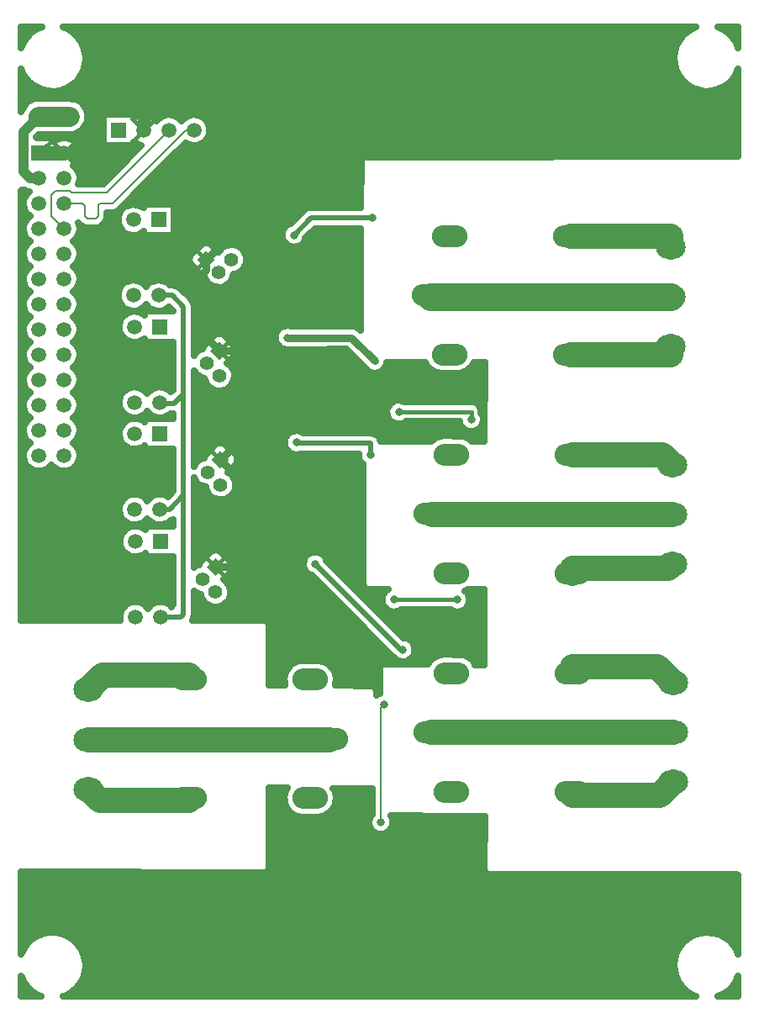
<source format=gbr>
G04 DipTrace 2.4.0.2*
%INBottom.gbr*%
%MOIN*%
%ADD14C,0.008*%
%ADD15C,0.02*%
%ADD16C,0.04*%
%ADD17C,0.08*%
%ADD19C,0.03*%
%ADD21C,0.055*%
%ADD22C,0.05*%
%ADD24C,0.015*%
%ADD25C,0.1*%
%ADD26C,0.0157*%
%ADD27C,0.11*%
%ADD28C,0.025*%
%ADD29C,0.018*%
%ADD30O,0.1181X0.0906*%
%ADD31O,0.1417X0.0866*%
%ADD33R,0.0591X0.0591*%
%ADD34C,0.0591*%
%ADD36C,0.0591*%
%ADD39C,0.0315*%
%FSLAX44Y44*%
G04*
G70*
G90*
G75*
G01*
%LNBottom*%
%LPD*%
X10079Y38572D2*
D14*
Y38556D1*
X7605Y36083D1*
X6222D1*
X6136Y36168D1*
X5588D1*
X5406Y35986D1*
Y35177D1*
X5923Y34660D1*
X11079Y38572D2*
X10739D1*
X7831Y35664D1*
X7353D1*
X7270Y35581D1*
Y35160D1*
X7160Y35050D1*
X6829D1*
X6730Y35150D1*
Y35576D1*
X6642Y35664D1*
X5927D1*
X5923Y35660D1*
X18144Y35084D2*
D15*
X15710D1*
X15039Y34413D1*
X4923Y36660D2*
D16*
X4564D1*
X4301Y36924D1*
Y38499D1*
X4911Y39109D1*
D17*
X6136D1*
X14769Y30344D2*
D19*
X17318D1*
X18244Y29417D1*
X9672Y32016D2*
D15*
X10215D1*
X10656Y31575D1*
Y28106D1*
X10290Y27740D1*
X9745D1*
X9713Y27773D1*
X9719Y23526D2*
X10097D1*
X10656Y24085D1*
Y28106D1*
X9744Y19260D2*
X10537D1*
X10656Y19379D1*
Y24085D1*
X4923Y37660D2*
D21*
X5923D1*
X9079Y38572D2*
D22*
Y39379D1*
D19*
X9848Y40148D1*
X11853D1*
X12699Y39302D1*
Y34581D1*
X11552Y33434D1*
Y33037D1*
X11050Y32534D1*
Y32062D1*
X11308Y31803D1*
Y30594D1*
X12075Y29828D1*
X12568D1*
X13554Y28843D1*
Y26938D1*
X12120Y25505D1*
X11925Y21256D2*
X12531D1*
X12927Y21651D1*
Y24698D1*
X12120Y25505D1*
X5923Y37660D2*
D22*
X6411D1*
X7172Y38421D1*
Y39096D1*
X7692Y39615D1*
X8791D1*
X9079Y39379D1*
X18069Y25704D2*
D15*
Y26149D1*
X15168D1*
X15136Y26181D1*
X19352Y17970D2*
X19276D1*
X15878Y21367D1*
X22068Y27092D2*
D24*
Y27412D1*
X19215D1*
X19193Y27390D1*
X30055Y23336D2*
D25*
X20501D1*
D26*
X20483Y23354D1*
X29982Y31975D2*
D27*
X20446D1*
D26*
X20400Y32021D1*
X26083Y25704D2*
D25*
X29655D1*
X30055Y25304D1*
X26083Y21004D2*
Y21180D1*
X29868D1*
X30055Y21367D1*
X26000Y34371D2*
X29982D1*
Y33944D1*
X21513Y19949D2*
D24*
X19004D1*
X26000Y29671D2*
D25*
X29982D1*
Y30007D1*
X30064Y14697D2*
X20492D1*
D26*
X20480Y14685D1*
X26080Y17035D2*
Y17280D1*
D25*
X29450D1*
X30064Y16665D1*
X26080Y12335D2*
D26*
Y12201D1*
D25*
X29537D1*
X30064Y12728D1*
X18483Y11133D2*
D14*
Y15668D1*
X18621Y15806D1*
X6888Y14411D2*
D25*
X16457D1*
D26*
X16479Y14433D1*
X10879Y12083D2*
Y11988D1*
D25*
X7343D1*
X6888Y12443D1*
X10879Y16783D2*
D26*
Y16948D1*
D25*
X7456D1*
X6888Y16380D1*
D39*
X18144Y35084D3*
X15039Y34413D3*
X6136Y39109D3*
D3*
X14769Y30344D3*
X18244Y29417D3*
X18069Y25704D3*
X15136Y26181D3*
X19352Y17970D3*
X15878Y21367D3*
X22068Y27092D3*
X19193Y27390D3*
X21513Y19949D3*
X19004D3*
X18483Y11133D3*
X18621Y15806D3*
X5682Y39112D3*
X5201Y39117D3*
X4247Y42403D2*
D28*
X4574D1*
X6339D2*
X30535D1*
X32304D2*
X32629D1*
X4247Y42155D2*
X4351D1*
X6561D2*
X30312D1*
X32522D2*
X32630D1*
X6694Y41906D2*
X30179D1*
X6768Y41657D2*
X30109D1*
X6788Y41409D2*
X30086D1*
X6765Y41160D2*
X30113D1*
X6686Y40911D2*
X30187D1*
X4247Y40663D2*
X4363D1*
X6550D2*
X30328D1*
X32511D2*
X32627D1*
X4247Y40414D2*
X4593D1*
X6319D2*
X30554D1*
X32280D2*
X32629D1*
X4247Y40165D2*
X5054D1*
X5858D2*
X31019D1*
X31819D2*
X32629D1*
X4247Y39916D2*
X32629D1*
X4247Y39668D2*
X4441D1*
X6608D2*
X32629D1*
X6804Y39419D2*
X32629D1*
X6874Y39170D2*
X7445D1*
X8714D2*
X8933D1*
X9226D2*
X9933D1*
X10226D2*
X10933D1*
X11226D2*
X32629D1*
X6851Y38922D2*
X7445D1*
X11604D2*
X32629D1*
X6729Y38673D2*
X7445D1*
X11706D2*
X32629D1*
X6366Y38424D2*
X7445D1*
X11694D2*
X32629D1*
X6272Y38176D2*
X7445D1*
X11569D2*
X32629D1*
X6495Y37927D2*
X8922D1*
X10620D2*
X32629D1*
X6558Y37678D2*
X8676D1*
X10370D2*
X32629D1*
X6511Y37430D2*
X8426D1*
X10124D2*
X17715D1*
X6327Y37181D2*
X8176D1*
X9874D2*
X17668D1*
X6495Y36932D2*
X7929D1*
X9624D2*
X17668D1*
X6558Y36684D2*
X7679D1*
X9378D2*
X17668D1*
X9128Y36435D2*
X17668D1*
X4247Y36186D2*
X4340D1*
X8878D2*
X17668D1*
X4247Y35937D2*
X4355D1*
X8632D2*
X17668D1*
X8382Y35689D2*
X17664D1*
X4247Y35440D2*
X4328D1*
X10308D2*
X15472D1*
X4247Y35191D2*
X4508D1*
X7651D2*
X8062D1*
X10308D2*
X15207D1*
X4247Y34943D2*
X4355D1*
X7577D2*
X8043D1*
X10308D2*
X14957D1*
X6558Y34694D2*
X8129D1*
X10308D2*
X14633D1*
X4247Y34445D2*
X4328D1*
X6518D2*
X8429D1*
X8913D2*
X9036D1*
X10308D2*
X14543D1*
X15683D2*
X17660D1*
X4247Y34197D2*
X4500D1*
X6343D2*
X14593D1*
X15483D2*
X17660D1*
X4247Y33948D2*
X4359D1*
X6487D2*
X11242D1*
X11862D2*
X12238D1*
X12870D2*
X14933D1*
X15143D2*
X17660D1*
X6558Y33699D2*
X10992D1*
X13104D2*
X17660D1*
X4247Y33451D2*
X4324D1*
X6522D2*
X10859D1*
X13167D2*
X17660D1*
X4247Y33202D2*
X4496D1*
X6351D2*
X10961D1*
X13120D2*
X17660D1*
X4247Y32953D2*
X4363D1*
X6483D2*
X11211D1*
X12921D2*
X17656D1*
X6558Y32705D2*
X11484D1*
X12620D2*
X17656D1*
X4247Y32456D2*
X4324D1*
X6522D2*
X8222D1*
X9120D2*
X9222D1*
X10120D2*
X11683D1*
X12425D2*
X17656D1*
X4247Y32207D2*
X4488D1*
X6354D2*
X8066D1*
X10636D2*
X17656D1*
X4247Y31958D2*
X4367D1*
X6479D2*
X8039D1*
X10886D2*
X17656D1*
X6558Y31710D2*
X8121D1*
X11073D2*
X17656D1*
X6522Y31461D2*
X8394D1*
X8952D2*
X9394D1*
X9952D2*
X10160D1*
X11097D2*
X17652D1*
X4247Y31212D2*
X4484D1*
X6362D2*
X8265D1*
X11097D2*
X17652D1*
X4247Y30964D2*
X4367D1*
X6476D2*
X8109D1*
X11097D2*
X17652D1*
X6554Y30715D2*
X8082D1*
X11097D2*
X14453D1*
X6526Y30466D2*
X8160D1*
X11097D2*
X11914D1*
X12237D2*
X14289D1*
X4247Y30218D2*
X4476D1*
X6366D2*
X8433D1*
X8991D2*
X9078D1*
X11097D2*
X11640D1*
X12511D2*
X14289D1*
X4247Y29969D2*
X4371D1*
X6476D2*
X10215D1*
X11097D2*
X11414D1*
X12737D2*
X14457D1*
X6554Y29720D2*
X10215D1*
X12749D2*
X17258D1*
X6526Y29472D2*
X10215D1*
X12542D2*
X17508D1*
X4247Y29223D2*
X4472D1*
X6374D2*
X10215D1*
X12538D2*
X17758D1*
X18698D2*
X20301D1*
X22101D2*
X22582D1*
X4247Y28974D2*
X4375D1*
X6472D2*
X10215D1*
X12671D2*
X18054D1*
X18433D2*
X20629D1*
X21772D2*
X22578D1*
X6554Y28726D2*
X10215D1*
X11097D2*
X11468D1*
X12683D2*
X22578D1*
X6530Y28477D2*
X10215D1*
X11097D2*
X11574D1*
X12573D2*
X22578D1*
X4247Y28228D2*
X4468D1*
X6378D2*
X8281D1*
X9143D2*
X9283D1*
X11097D2*
X22574D1*
X4247Y27979D2*
X4379D1*
X6468D2*
X8113D1*
X11097D2*
X22574D1*
X6554Y27731D2*
X8078D1*
X11097D2*
X18840D1*
X22319D2*
X22574D1*
X6530Y27482D2*
X8152D1*
X11097D2*
X18703D1*
X22476D2*
X22570D1*
X4247Y27233D2*
X4461D1*
X6382D2*
X8402D1*
X9022D2*
X9402D1*
X10022D2*
X10215D1*
X11097D2*
X18722D1*
X4247Y26985D2*
X4383D1*
X6464D2*
X8293D1*
X11097D2*
X18926D1*
X19460D2*
X21582D1*
X6554Y26736D2*
X8121D1*
X11097D2*
X21734D1*
X22405D2*
X22569D1*
X6534Y26487D2*
X8086D1*
X11097D2*
X14754D1*
X18335D2*
X22566D1*
X4247Y26239D2*
X4457D1*
X6390D2*
X8156D1*
X11097D2*
X14644D1*
X4247Y25990D2*
X4383D1*
X6460D2*
X8402D1*
X11097D2*
X11781D1*
X12460D2*
X14679D1*
X6554Y25741D2*
X10215D1*
X11097D2*
X11531D1*
X12710D2*
X14941D1*
X6534Y25493D2*
X10215D1*
X11097D2*
X11261D1*
X12815D2*
X17621D1*
X4247Y25244D2*
X4453D1*
X6393D2*
X10215D1*
X12683D2*
X17754D1*
X4247Y24995D2*
X10215D1*
X12476D2*
X17754D1*
X4247Y24746D2*
X10215D1*
X12683D2*
X17754D1*
X4247Y24498D2*
X10215D1*
X11097D2*
X11293D1*
X12737D2*
X17754D1*
X4247Y24249D2*
X10207D1*
X11097D2*
X11562D1*
X12679D2*
X17754D1*
X4247Y24000D2*
X8308D1*
X9128D2*
X9311D1*
X11097D2*
X11789D1*
X12452D2*
X17754D1*
X4247Y23752D2*
X8129D1*
X11097D2*
X17754D1*
X4247Y23503D2*
X8086D1*
X11097D2*
X17754D1*
X4247Y23254D2*
X8148D1*
X11097D2*
X17754D1*
X4247Y23006D2*
X8375D1*
X9061D2*
X9375D1*
X10061D2*
X10215D1*
X11097D2*
X17754D1*
X4247Y22757D2*
X8367D1*
X11097D2*
X17754D1*
X4247Y22508D2*
X8160D1*
X11097D2*
X17754D1*
X4247Y22260D2*
X8109D1*
X11097D2*
X17754D1*
X4247Y22011D2*
X8164D1*
X11097D2*
X17754D1*
X4247Y21762D2*
X8367D1*
X11097D2*
X11605D1*
X12245D2*
X15593D1*
X16163D2*
X17754D1*
X4247Y21514D2*
X10215D1*
X11097D2*
X11359D1*
X12491D2*
X15402D1*
X16351D2*
X17754D1*
X4247Y21265D2*
X10215D1*
X12620D2*
X15390D1*
X16593D2*
X17754D1*
X4247Y21016D2*
X10215D1*
X12511D2*
X15539D1*
X16843D2*
X17754D1*
X4247Y20767D2*
X10215D1*
X12261D2*
X15867D1*
X17089D2*
X17754D1*
X4247Y20519D2*
X10215D1*
X12479D2*
X16113D1*
X17339D2*
X17758D1*
X4247Y20270D2*
X10215D1*
X12542D2*
X16363D1*
X17589D2*
X18633D1*
X21886D2*
X22562D1*
X4247Y20021D2*
X10215D1*
X11097D2*
X11359D1*
X12491D2*
X16613D1*
X17835D2*
X18511D1*
X22007D2*
X22562D1*
X4247Y19773D2*
X8390D1*
X9101D2*
X9390D1*
X10101D2*
X10215D1*
X11097D2*
X11562D1*
X12288D2*
X16859D1*
X18085D2*
X18539D1*
X21976D2*
X22562D1*
X4247Y19524D2*
X8168D1*
X11097D2*
X17109D1*
X18335D2*
X18773D1*
X19237D2*
X21281D1*
X21745D2*
X22562D1*
X4247Y19275D2*
X8109D1*
X11081D2*
X17359D1*
X18581D2*
X22562D1*
X14058Y19027D2*
X17605D1*
X18831D2*
X22562D1*
X14081Y18778D2*
X17855D1*
X19081D2*
X22562D1*
X14077Y18529D2*
X18105D1*
X19327D2*
X22562D1*
X14073Y18281D2*
X18351D1*
X19733D2*
X22562D1*
X14073Y18032D2*
X18601D1*
X19847D2*
X22562D1*
X14069Y17783D2*
X18851D1*
X19811D2*
X22562D1*
X14069Y17535D2*
X19144D1*
X19561D2*
X20422D1*
X22136D2*
X22562D1*
X14065Y17286D2*
X14824D1*
X16534D2*
X18445D1*
X14061Y17037D2*
X14676D1*
X16683D2*
X18429D1*
X14061Y16788D2*
X14629D1*
X16729D2*
X18429D1*
X17983Y16540D2*
X18429D1*
X18331Y16291D2*
X18429D1*
X14077Y12312D2*
X14668D1*
X16690D2*
X18101D1*
X14077Y12063D2*
X14633D1*
X16726D2*
X18101D1*
X14073Y11815D2*
X14679D1*
X16679D2*
X18101D1*
X14073Y11566D2*
X14840D1*
X16518D2*
X18101D1*
X14069Y11317D2*
X18023D1*
X18944D2*
X22582D1*
X14069Y11069D2*
X17988D1*
X18976D2*
X22578D1*
X14065Y10820D2*
X18105D1*
X18862D2*
X22578D1*
X14065Y10571D2*
X22574D1*
X14065Y10323D2*
X22570D1*
X14061Y10074D2*
X22570D1*
X14061Y9825D2*
X22566D1*
X14058Y9577D2*
X22566D1*
X14058Y9328D2*
X22562D1*
X4247Y9079D2*
X22742D1*
X4247Y8830D2*
X32629D1*
X4247Y8582D2*
X32629D1*
X4247Y8333D2*
X32629D1*
X4247Y8084D2*
X32629D1*
X4247Y7836D2*
X32629D1*
X4247Y7587D2*
X32629D1*
X4247Y7338D2*
X32629D1*
X4247Y7090D2*
X32629D1*
X4247Y6841D2*
X32629D1*
X4247Y6592D2*
X4785D1*
X6128D2*
X30750D1*
X32089D2*
X32629D1*
X4247Y6344D2*
X4472D1*
X6440D2*
X30433D1*
X32401D2*
X32629D1*
X6620Y6095D2*
X30254D1*
X6729Y5846D2*
X30144D1*
X6780Y5598D2*
X30093D1*
X6784Y5349D2*
X30090D1*
X6737Y5100D2*
X30136D1*
X6640Y4851D2*
X30234D1*
X4247Y4603D2*
X4441D1*
X6472D2*
X30402D1*
X32433D2*
X32629D1*
X4247Y4354D2*
X4726D1*
X6183D2*
X30691D1*
X32147D2*
X32629D1*
X32653Y40992D2*
X32579Y40816D1*
X32444Y40606D1*
X32271Y40426D1*
X32067Y40282D1*
X31840Y40180D1*
X31597Y40122D1*
X31347Y40112D1*
X31101Y40149D1*
X30865Y40233D1*
X30650Y40360D1*
X30463Y40525D1*
X30311Y40723D1*
X30199Y40946D1*
X30132Y41186D1*
X30111Y41435D1*
X30139Y41683D1*
X30212Y41922D1*
X30330Y42142D1*
X30488Y42335D1*
X30679Y42496D1*
X30897Y42617D1*
X30989Y42651D1*
X5882Y42652D1*
X6026Y42594D1*
X6239Y42465D1*
X6424Y42297D1*
X6573Y42097D1*
X6682Y41872D1*
X6746Y41631D1*
X6764Y41417D1*
X6740Y41169D1*
X6670Y40929D1*
X6555Y40708D1*
X6400Y40512D1*
X6211Y40349D1*
X5994Y40225D1*
X5758Y40145D1*
X5510Y40111D1*
X5261Y40125D1*
X5019Y40185D1*
X4793Y40291D1*
X4591Y40438D1*
X4420Y40620D1*
X4288Y40832D1*
X4221Y40994D1*
X4222Y39297D1*
X4293Y39469D1*
X4365Y39571D1*
X4453Y39659D1*
X4556Y39730D1*
X4669Y39782D1*
X4790Y39814D1*
X5036Y39824D1*
X6136D1*
X6261Y39813D1*
X6381Y39781D1*
X6495Y39728D1*
X6597Y39656D1*
X6685Y39568D1*
X6756Y39465D1*
X6809Y39352D1*
X6841Y39231D1*
X6851Y39107D1*
X6840Y38983D1*
X6808Y38862D1*
X6754Y38749D1*
X6682Y38647D1*
X6594Y38559D1*
X6491Y38488D1*
X6378Y38436D1*
X6257Y38404D1*
X6011Y38394D1*
X4921Y38391D1*
X4814Y38283D1*
X4837Y38270D1*
X5533D1*
Y38129D1*
X5634Y38198D1*
X5749Y38245D1*
X5872Y38268D1*
X5997Y38266D1*
X6118Y38238D1*
X6232Y38186D1*
X6332Y38112D1*
X6416Y38020D1*
X6479Y37912D1*
X6518Y37793D1*
X6533Y37660D1*
X6520Y37536D1*
X6482Y37417D1*
X6421Y37308D1*
X6339Y37214D1*
X6274Y37159D1*
X6368Y37077D1*
X6443Y36978D1*
X6497Y36865D1*
X6527Y36744D1*
X6533Y36660D1*
X6520Y36536D1*
X6488Y36436D1*
X7460Y36438D1*
X8988Y37969D1*
X8867Y38000D1*
X8755Y38055D1*
X8689Y38103D1*
Y37962D1*
X7468D1*
Y39182D1*
X8689D1*
Y39038D1*
X8747Y39084D1*
X8858Y39141D1*
X8978Y39174D1*
X9103Y39182D1*
X9226Y39164D1*
X9344Y39122D1*
X9450Y39057D1*
X9541Y38971D1*
X9579Y38922D1*
X9632Y38988D1*
X9726Y39070D1*
X9835Y39132D1*
X9954Y39170D1*
X10078Y39182D1*
X10202Y39170D1*
X10321Y39132D1*
X10430Y39071D1*
X10524Y38989D1*
X10578Y38918D1*
X10632Y38988D1*
X10726Y39070D1*
X10835Y39132D1*
X10954Y39170D1*
X11078Y39182D1*
X11202Y39170D1*
X11321Y39132D1*
X11430Y39071D1*
X11524Y38989D1*
X11600Y38890D1*
X11653Y38778D1*
X11683Y38656D1*
X11689Y38572D1*
X11676Y38448D1*
X11639Y38329D1*
X11577Y38220D1*
X11495Y38126D1*
X11396Y38051D1*
X11283Y37997D1*
X11162Y37968D1*
X11037Y37963D1*
X10914Y37984D1*
X10798Y38030D1*
X10736Y38071D1*
X9752Y37084D1*
X8082Y35413D1*
X7980Y35342D1*
X7831Y35309D1*
X7624D1*
X7625Y35160D1*
X7603Y35037D1*
X7521Y34909D1*
X7411Y34799D1*
X7328Y34737D1*
X7228Y34702D1*
X7273Y34713D1*
X7160Y34695D1*
X6829D1*
X6707Y34717D1*
X6578Y34799D1*
X6488Y34889D1*
X6527Y34744D1*
X6533Y34660D1*
X6520Y34536D1*
X6482Y34417D1*
X6421Y34308D1*
X6339Y34214D1*
X6274Y34159D1*
X6368Y34077D1*
X6443Y33978D1*
X6497Y33865D1*
X6527Y33744D1*
X6533Y33660D1*
X6520Y33536D1*
X6482Y33417D1*
X6421Y33308D1*
X6339Y33214D1*
X6274Y33159D1*
X6368Y33077D1*
X6443Y32978D1*
X6497Y32865D1*
X6527Y32744D1*
X6533Y32660D1*
X6520Y32536D1*
X6482Y32417D1*
X6421Y32308D1*
X6339Y32214D1*
X6274Y32159D1*
X6368Y32077D1*
X6443Y31978D1*
X6497Y31865D1*
X6527Y31744D1*
X6533Y31660D1*
X6520Y31536D1*
X6482Y31417D1*
X6421Y31308D1*
X6339Y31214D1*
X6274Y31159D1*
X6368Y31077D1*
X6443Y30978D1*
X6497Y30865D1*
X6527Y30744D1*
X6533Y30660D1*
X6520Y30536D1*
X6482Y30417D1*
X6421Y30308D1*
X6339Y30214D1*
X6274Y30159D1*
X6368Y30077D1*
X6443Y29978D1*
X6497Y29865D1*
X6527Y29744D1*
X6533Y29660D1*
X6520Y29536D1*
X6482Y29417D1*
X6421Y29308D1*
X6339Y29214D1*
X6274Y29159D1*
X6368Y29077D1*
X6443Y28978D1*
X6497Y28865D1*
X6527Y28744D1*
X6533Y28660D1*
X6520Y28536D1*
X6482Y28417D1*
X6421Y28308D1*
X6339Y28214D1*
X6274Y28159D1*
X6368Y28077D1*
X6443Y27978D1*
X6497Y27865D1*
X6527Y27744D1*
X6533Y27660D1*
X6520Y27536D1*
X6482Y27417D1*
X6421Y27308D1*
X6339Y27214D1*
X6274Y27159D1*
X6368Y27077D1*
X6443Y26978D1*
X6497Y26865D1*
X6527Y26744D1*
X6533Y26660D1*
X6520Y26536D1*
X6482Y26417D1*
X6421Y26308D1*
X6339Y26214D1*
X6274Y26159D1*
X6368Y26077D1*
X6443Y25978D1*
X6497Y25865D1*
X6527Y25744D1*
X6533Y25660D1*
X6520Y25536D1*
X6482Y25417D1*
X6421Y25308D1*
X6339Y25214D1*
X6240Y25139D1*
X6127Y25085D1*
X6006Y25056D1*
X5881Y25051D1*
X5758Y25072D1*
X5642Y25118D1*
X5538Y25186D1*
X5449Y25275D1*
X5421Y25308D1*
X5339Y25214D1*
X5240Y25139D1*
X5127Y25085D1*
X5006Y25056D1*
X4881Y25051D1*
X4758Y25072D1*
X4642Y25118D1*
X4538Y25186D1*
X4449Y25275D1*
X4381Y25379D1*
X4335Y25495D1*
X4314Y25618D1*
X4318Y25743D1*
X4347Y25864D1*
X4401Y25977D1*
X4476Y26076D1*
X4573Y26160D1*
X4449Y26275D1*
X4381Y26379D1*
X4335Y26495D1*
X4314Y26618D1*
X4318Y26743D1*
X4347Y26864D1*
X4401Y26977D1*
X4476Y27076D1*
X4573Y27160D1*
X4449Y27275D1*
X4381Y27379D1*
X4335Y27495D1*
X4314Y27618D1*
X4318Y27743D1*
X4347Y27864D1*
X4401Y27977D1*
X4476Y28076D1*
X4573Y28160D1*
X4449Y28275D1*
X4381Y28379D1*
X4335Y28495D1*
X4314Y28618D1*
X4318Y28743D1*
X4347Y28864D1*
X4401Y28977D1*
X4476Y29076D1*
X4573Y29160D1*
X4449Y29275D1*
X4381Y29379D1*
X4335Y29495D1*
X4314Y29618D1*
X4318Y29743D1*
X4347Y29864D1*
X4401Y29977D1*
X4476Y30076D1*
X4573Y30160D1*
X4449Y30275D1*
X4381Y30379D1*
X4335Y30495D1*
X4314Y30618D1*
X4318Y30743D1*
X4347Y30864D1*
X4401Y30977D1*
X4476Y31076D1*
X4573Y31160D1*
X4449Y31275D1*
X4381Y31379D1*
X4335Y31495D1*
X4314Y31618D1*
X4318Y31743D1*
X4347Y31864D1*
X4401Y31977D1*
X4476Y32076D1*
X4573Y32160D1*
X4449Y32275D1*
X4381Y32379D1*
X4335Y32495D1*
X4314Y32618D1*
X4318Y32743D1*
X4347Y32864D1*
X4401Y32977D1*
X4476Y33076D1*
X4573Y33160D1*
X4449Y33275D1*
X4381Y33379D1*
X4335Y33495D1*
X4314Y33618D1*
X4318Y33743D1*
X4347Y33864D1*
X4401Y33977D1*
X4476Y34076D1*
X4573Y34160D1*
X4449Y34275D1*
X4381Y34379D1*
X4335Y34495D1*
X4314Y34618D1*
X4318Y34743D1*
X4347Y34864D1*
X4401Y34977D1*
X4476Y35076D1*
X4573Y35160D1*
X4449Y35275D1*
X4381Y35379D1*
X4335Y35495D1*
X4314Y35618D1*
X4318Y35743D1*
X4347Y35864D1*
X4401Y35977D1*
X4476Y36076D1*
X4555Y36145D1*
X4405Y36170D1*
X4324Y36205D1*
X4222Y36152D1*
Y19140D1*
X4951Y19144D1*
X8143D1*
X8139Y19342D1*
X8169Y19464D1*
X8222Y19576D1*
X8298Y19676D1*
X8392Y19758D1*
X8500Y19819D1*
X8619Y19857D1*
X8743Y19870D1*
X8867Y19858D1*
X8986Y19820D1*
X9095Y19759D1*
X9189Y19677D1*
X9244Y19606D1*
X9298Y19676D1*
X9392Y19758D1*
X9500Y19819D1*
X9619Y19857D1*
X9743Y19870D1*
X9867Y19858D1*
X9986Y19820D1*
X10095Y19759D1*
X10192Y19674D1*
X10241Y19754D1*
Y21649D1*
X9134Y21650D1*
Y21794D1*
X9061Y21739D1*
X8949Y21685D1*
X8827Y21655D1*
X8703Y21651D1*
X8580Y21672D1*
X8464Y21718D1*
X8359Y21786D1*
X8271Y21874D1*
X8202Y21979D1*
X8157Y22095D1*
X8135Y22218D1*
X8139Y22342D1*
X8169Y22464D1*
X8222Y22576D1*
X8298Y22676D1*
X8392Y22758D1*
X8500Y22819D1*
X8619Y22857D1*
X8743Y22870D1*
X8867Y22858D1*
X8986Y22820D1*
X9095Y22759D1*
X9134Y22726D1*
Y22870D1*
X10239D1*
X10241Y23141D1*
X10136Y23080D1*
X10036Y23005D1*
X9924Y22951D1*
X9803Y22922D1*
X9678Y22917D1*
X9555Y22939D1*
X9439Y22984D1*
X9334Y23053D1*
X9246Y23141D1*
X9218Y23174D1*
X9136Y23080D1*
X9036Y23005D1*
X8924Y22951D1*
X8803Y22922D1*
X8678Y22917D1*
X8555Y22939D1*
X8439Y22984D1*
X8334Y23053D1*
X8246Y23141D1*
X8178Y23245D1*
X8132Y23361D1*
X8110Y23484D1*
X8114Y23609D1*
X8144Y23730D1*
X8197Y23843D1*
X8273Y23942D1*
X8367Y24024D1*
X8475Y24086D1*
X8594Y24124D1*
X8718Y24137D1*
X8842Y24124D1*
X8961Y24086D1*
X9070Y24025D1*
X9164Y23944D1*
X9219Y23872D1*
X9273Y23942D1*
X9367Y24024D1*
X9475Y24086D1*
X9594Y24124D1*
X9718Y24137D1*
X9842Y24124D1*
X9961Y24086D1*
X10033Y24046D1*
X10243Y24259D1*
X10241Y25917D1*
X9109Y25916D1*
Y26061D1*
X9036Y26005D1*
X8924Y25951D1*
X8803Y25922D1*
X8678Y25917D1*
X8555Y25939D1*
X8439Y25984D1*
X8334Y26053D1*
X8246Y26141D1*
X8178Y26245D1*
X8132Y26361D1*
X8110Y26484D1*
X8114Y26609D1*
X8144Y26730D1*
X8197Y26843D1*
X8273Y26942D1*
X8367Y27024D1*
X8475Y27086D1*
X8594Y27124D1*
X8718Y27137D1*
X8842Y27124D1*
X8961Y27086D1*
X9070Y27025D1*
X9109Y26992D1*
Y27137D1*
X10243D1*
X10241Y27324D1*
X10130Y27325D1*
X10030Y27252D1*
X9917Y27198D1*
X9796Y27168D1*
X9671Y27164D1*
X9548Y27185D1*
X9432Y27231D1*
X9328Y27299D1*
X9239Y27387D1*
X9211Y27421D1*
X9129Y27327D1*
X9030Y27252D1*
X8917Y27198D1*
X8796Y27168D1*
X8671Y27164D1*
X8548Y27185D1*
X8432Y27231D1*
X8328Y27299D1*
X8239Y27387D1*
X8171Y27492D1*
X8125Y27608D1*
X8104Y27731D1*
X8108Y27855D1*
X8137Y27977D1*
X8191Y28089D1*
X8266Y28189D1*
X8360Y28271D1*
X8469Y28332D1*
X8588Y28370D1*
X8712Y28383D1*
X8836Y28371D1*
X8955Y28333D1*
X9064Y28272D1*
X9158Y28190D1*
X9212Y28119D1*
X9266Y28189D1*
X9360Y28271D1*
X9469Y28332D1*
X9588Y28370D1*
X9712Y28383D1*
X9836Y28371D1*
X9955Y28333D1*
X10064Y28272D1*
X10155Y28193D1*
X10242Y28279D1*
X10241Y30165D1*
X9102Y30163D1*
Y30307D1*
X9030Y30252D1*
X8917Y30198D1*
X8796Y30168D1*
X8671Y30164D1*
X8548Y30185D1*
X8432Y30231D1*
X8328Y30299D1*
X8239Y30387D1*
X8171Y30492D1*
X8125Y30608D1*
X8104Y30731D1*
X8108Y30855D1*
X8137Y30977D1*
X8191Y31089D1*
X8266Y31189D1*
X8360Y31271D1*
X8469Y31332D1*
X8588Y31370D1*
X8712Y31383D1*
X8836Y31371D1*
X8955Y31333D1*
X9064Y31272D1*
X9102Y31239D1*
Y31383D1*
X10242D1*
X10186Y31458D1*
X10084Y31560D1*
X9989Y31494D1*
X9876Y31441D1*
X9755Y31411D1*
X9631Y31407D1*
X9508Y31428D1*
X9391Y31474D1*
X9287Y31542D1*
X9199Y31630D1*
X9171Y31664D1*
X9089Y31570D1*
X8989Y31494D1*
X8876Y31441D1*
X8755Y31411D1*
X8631Y31407D1*
X8508Y31428D1*
X8391Y31474D1*
X8287Y31542D1*
X8199Y31630D1*
X8130Y31735D1*
X8084Y31851D1*
X8063Y31974D1*
X8067Y32098D1*
X8097Y32220D1*
X8150Y32332D1*
X8225Y32432D1*
X8319Y32514D1*
X8428Y32575D1*
X8547Y32613D1*
X8671Y32626D1*
X8795Y32613D1*
X8914Y32576D1*
X9023Y32515D1*
X9117Y32433D1*
X9172Y32362D1*
X9225Y32432D1*
X9319Y32514D1*
X9428Y32575D1*
X9547Y32613D1*
X9671Y32626D1*
X9795Y32613D1*
X9914Y32576D1*
X10023Y32515D1*
X10120Y32430D1*
X10215Y32431D1*
X10338Y32412D1*
X10468Y32345D1*
X10862Y31956D1*
X10950Y31868D1*
X11023Y31768D1*
X11068Y31628D1*
X11071Y31075D1*
Y29633D1*
X11111Y29694D1*
X11198Y29783D1*
X11302Y29852D1*
X11415Y29896D1*
X11431Y29952D1*
X11484Y30036D1*
X11890Y30438D1*
X11979Y30482D1*
X12077Y30497D1*
X12176Y30481D1*
X12264Y30434D1*
X12404Y30299D1*
X12684Y30013D1*
X12729Y29924D1*
X12744Y29825D1*
X12728Y29727D1*
X12681Y29639D1*
X12546Y29499D1*
X12380Y29333D1*
X12495Y29244D1*
X12572Y29146D1*
X12628Y29034D1*
X12659Y28914D1*
X12665Y28828D1*
X12652Y28704D1*
X12613Y28585D1*
X12550Y28478D1*
X12466Y28386D1*
X12364Y28313D1*
X12250Y28264D1*
X12127Y28240D1*
X12003Y28242D1*
X11881Y28270D1*
X11768Y28323D1*
X11669Y28399D1*
X11588Y28494D1*
X11529Y28603D1*
X11492Y28743D1*
X11381Y28770D1*
X11268Y28823D1*
X11169Y28899D1*
X11071Y29025D1*
Y25220D1*
X11156Y25370D1*
X11244Y25460D1*
X11348Y25529D1*
X11460Y25573D1*
X11476Y25629D1*
X11529Y25713D1*
X11935Y26114D1*
X12024Y26159D1*
X12123Y26174D1*
X12221Y26157D1*
X12309Y26111D1*
X12449Y25976D1*
X12730Y25689D1*
X12774Y25600D1*
X12789Y25502D1*
X12773Y25404D1*
X12726Y25316D1*
X12591Y25176D1*
X12425Y25010D1*
X12540Y24920D1*
X12618Y24823D1*
X12673Y24711D1*
X12704Y24590D1*
X12711Y24505D1*
X12697Y24381D1*
X12659Y24262D1*
X12596Y24154D1*
X12511Y24062D1*
X12410Y23990D1*
X12295Y23941D1*
X12173Y23916D1*
X12048Y23918D1*
X11926Y23947D1*
X11814Y24000D1*
X11714Y24075D1*
X11633Y24170D1*
X11574Y24280D1*
X11537Y24419D1*
X11426Y24447D1*
X11314Y24500D1*
X11214Y24575D1*
X11133Y24670D1*
X11071Y24791D1*
Y21230D1*
X11153Y21280D1*
X11265Y21324D1*
X11281Y21380D1*
X11335Y21464D1*
X11740Y21865D1*
X11829Y21910D1*
X11928Y21925D1*
X12026Y21909D1*
X12114Y21862D1*
X12254Y21727D1*
X12535Y21441D1*
X12580Y21352D1*
X12595Y21253D1*
X12578Y21155D1*
X12532Y21067D1*
X12396Y20927D1*
X12230Y20761D1*
X12345Y20671D1*
X12423Y20574D1*
X12479Y20462D1*
X12510Y20341D1*
X12516Y20256D1*
X12503Y20132D1*
X12464Y20013D1*
X12401Y19906D1*
X12316Y19814D1*
X12215Y19741D1*
X12100Y19692D1*
X11978Y19668D1*
X11853Y19670D1*
X11732Y19698D1*
X11619Y19751D1*
X11519Y19827D1*
X11438Y19922D1*
X11379Y20031D1*
X11343Y20171D1*
X11232Y20198D1*
X11119Y20251D1*
X11072Y20287D1*
X11071Y19379D1*
X11052Y19256D1*
X10995Y19141D1*
X12201Y19144D1*
X13841D1*
X13959Y19109D1*
X14039Y19011D1*
X14056Y18927D1*
X14033Y16564D1*
X14689Y16561D1*
X14662Y16683D1*
X14656Y16808D1*
X14670Y16932D1*
X14705Y17052D1*
X14760Y17164D1*
X14832Y17266D1*
X14920Y17354D1*
X15022Y17427D1*
X15134Y17481D1*
X15254Y17516D1*
X15403Y17531D1*
X16054Y17524D1*
X16176Y17498D1*
X16292Y17451D1*
X16398Y17385D1*
X16492Y17303D1*
X16571Y17207D1*
X16633Y17098D1*
X16676Y16981D1*
X16699Y16858D1*
X16703Y16783D1*
X16692Y16659D1*
X16664Y16549D1*
X18093Y16539D1*
X18211Y16503D1*
X18290Y16404D1*
X18307Y16323D1*
X18306Y16155D1*
X18403Y16225D1*
X18450Y16242D1*
X18453Y16876D1*
Y17198D1*
X18488Y17316D1*
X18586Y17396D1*
X18671Y17413D1*
X20347Y17390D1*
X20433Y17518D1*
X20522Y17606D1*
X20623Y17679D1*
X20736Y17733D1*
X20856Y17768D1*
X21005Y17783D1*
X21655Y17776D1*
X21777Y17750D1*
X21893Y17703D1*
X21999Y17637D1*
X22093Y17555D1*
X22173Y17459D1*
X22225Y17367D1*
X22589Y17360D1*
X22587Y20357D1*
X21939Y20358D1*
X21825Y20307D1*
X21866Y20263D1*
X21936Y20160D1*
X21976Y20042D1*
X21986Y19949D1*
X21969Y19825D1*
X21921Y19710D1*
X21844Y19612D1*
X21745Y19537D1*
X21629Y19491D1*
X21505Y19476D1*
X21382Y19495D1*
X21253Y19557D1*
X19267Y19559D1*
X19236Y19537D1*
X19120Y19491D1*
X18996Y19476D1*
X18873Y19495D1*
X18759Y19545D1*
X18662Y19623D1*
X18588Y19724D1*
X18544Y19840D1*
X18532Y19964D1*
X18552Y20087D1*
X18604Y20201D1*
X18684Y20296D1*
X18770Y20357D1*
X17992Y20358D1*
X17874Y20394D1*
X17794Y20492D1*
X17777Y20573D1*
Y25335D1*
X17726Y25379D1*
X17653Y25479D1*
X17609Y25596D1*
X17598Y25732D1*
X16694Y25734D1*
X15291D1*
X15129Y25709D1*
X15005Y25727D1*
X14891Y25777D1*
X14794Y25855D1*
X14721Y25956D1*
X14677Y26073D1*
X14664Y26197D1*
X14685Y26320D1*
X14737Y26433D1*
X14817Y26529D1*
X14919Y26600D1*
X15036Y26643D1*
X15160Y26653D1*
X15283Y26630D1*
X15410Y26564D1*
X18069D1*
X18192Y26546D1*
X18304Y26491D1*
X18395Y26406D1*
X18457Y26294D1*
X18447Y26319D1*
X18492Y26244D1*
X20488D1*
X20626Y26348D1*
X20738Y26402D1*
X20858Y26437D1*
X21007Y26452D1*
X21658Y26446D1*
X21780Y26419D1*
X21896Y26372D1*
X22002Y26307D1*
X22076Y26243D1*
X22590Y26244D1*
X22607Y29370D1*
X22163Y29369D1*
X22063Y29207D1*
X21978Y29116D1*
X21878Y29040D1*
X21768Y28982D1*
X21649Y28943D1*
X21475Y28925D1*
X20925Y28923D1*
X20850Y28927D1*
X20727Y28949D1*
X20610Y28992D1*
X20501Y29054D1*
X20405Y29133D1*
X20322Y29227D1*
X20244Y29366D1*
X19448Y29369D1*
X18717D1*
X18700Y29294D1*
X18652Y29179D1*
X18575Y29080D1*
X18476Y29006D1*
X18360Y28959D1*
X18236Y28945D1*
X18113Y28963D1*
X17999Y29013D1*
X17902Y29092D1*
X17827Y29177D1*
X17123Y29881D1*
X15568Y29879D1*
X14853D1*
X14761Y29871D1*
X14638Y29890D1*
X14524Y29940D1*
X14427Y30018D1*
X14353Y30119D1*
X14309Y30235D1*
X14297Y30359D1*
X14317Y30482D1*
X14369Y30596D1*
X14449Y30691D1*
X14551Y30763D1*
X14668Y30805D1*
X14793Y30816D1*
X14894Y30809D1*
X17318D1*
X17441Y30792D1*
X17556Y30743D1*
X17646Y30673D1*
X17677Y30642D1*
X17687Y34667D1*
X16269Y34669D1*
X15883D1*
X15492Y34280D1*
X15447Y34175D1*
X15371Y34077D1*
X15271Y34002D1*
X15155Y33955D1*
X15032Y33941D1*
X14908Y33959D1*
X14794Y34010D1*
X14697Y34088D1*
X14624Y34189D1*
X14579Y34305D1*
X14567Y34429D1*
X14588Y34552D1*
X14640Y34665D1*
X14719Y34761D1*
X14821Y34833D1*
X14898Y34860D1*
X15417Y35377D1*
X15517Y35451D1*
X15656Y35496D1*
X16210Y35499D1*
X17690D1*
X17694Y37298D1*
X17730Y37416D1*
X17829Y37496D1*
X17909Y37513D1*
X32655Y37534D1*
X32652Y38347D1*
Y40984D1*
X31847Y42652D2*
X31988Y42594D1*
X32201Y42465D1*
X32386Y42297D1*
X32536Y42097D1*
X32644Y41872D1*
X32653Y41846D1*
X32652Y42652D1*
X31851D1*
X32653Y5030D2*
X32579Y4854D1*
X32444Y4644D1*
X32271Y4464D1*
X32067Y4320D1*
X31850Y4222D1*
X32652D1*
Y5023D1*
X30985Y4222D2*
X30865Y4271D1*
X30650Y4398D1*
X30463Y4563D1*
X30311Y4761D1*
X30199Y4984D1*
X30132Y5224D1*
X30111Y5473D1*
X30138Y5721D1*
X30212Y5960D1*
X30330Y6180D1*
X30488Y6373D1*
X30679Y6534D1*
X30897Y6655D1*
X31135Y6732D1*
X31382Y6762D1*
X31632Y6745D1*
X31873Y6681D1*
X32097Y6573D1*
X32297Y6423D1*
X32465Y6239D1*
X32595Y6025D1*
X32652Y5884D1*
Y9046D1*
X32587Y9076D1*
X22802D1*
X22684Y9112D1*
X22604Y9210D1*
X22587Y9293D1*
X22606Y11367D1*
X21445Y11379D1*
X18864Y11409D1*
X18906Y11344D1*
X18946Y11226D1*
X18955Y11133D1*
X18939Y11009D1*
X18891Y10894D1*
X18814Y10796D1*
X18715Y10721D1*
X18599Y10675D1*
X18475Y10660D1*
X18352Y10679D1*
X18238Y10729D1*
X18141Y10807D1*
X18067Y10908D1*
X18023Y11024D1*
X18011Y11148D1*
X18031Y11271D1*
X18083Y11384D1*
X18131Y11441D1*
X18128Y12472D1*
X17939Y12467D1*
X16592Y12475D1*
X16633Y12398D1*
X16676Y12281D1*
X16699Y12158D1*
X16703Y12083D1*
X16692Y11959D1*
X16661Y11838D1*
X16611Y11724D1*
X16542Y11619D1*
X16456Y11528D1*
X16357Y11453D1*
X16247Y11394D1*
X16128Y11355D1*
X15954Y11338D1*
X15403Y11335D1*
X15329Y11339D1*
X15206Y11362D1*
X15089Y11404D1*
X14980Y11466D1*
X14883Y11545D1*
X14801Y11639D1*
X14736Y11746D1*
X14689Y11861D1*
X14662Y11983D1*
X14656Y12108D1*
X14670Y12232D1*
X14705Y12352D1*
X14776Y12486D1*
X14053Y12490D1*
X14036Y9955D1*
X14031Y9340D1*
X13995Y9222D1*
X13896Y9143D1*
X13816Y9126D1*
X4218Y9151D1*
X4222Y8277D1*
Y5890D1*
X4303Y6073D1*
X4441Y6281D1*
X4616Y6458D1*
X4822Y6599D1*
X5051Y6699D1*
X5295Y6753D1*
X5544Y6760D1*
X5791Y6719D1*
X6025Y6633D1*
X6238Y6503D1*
X6423Y6335D1*
X6572Y6135D1*
X6681Y5911D1*
X6745Y5669D1*
X6763Y5456D1*
X6739Y5207D1*
X6668Y4968D1*
X6554Y4746D1*
X6399Y4550D1*
X6209Y4388D1*
X5993Y4264D1*
X5887Y4222D1*
X30984D1*
X5021Y4223D2*
X4902Y4271D1*
X4687Y4398D1*
X4500Y4563D1*
X4348Y4761D1*
X4236Y4984D1*
X4222Y5025D1*
Y4222D1*
X5023D1*
X4222Y41844D2*
X4304Y42034D1*
X4442Y42242D1*
X4617Y42420D1*
X4823Y42561D1*
X5027Y42651D1*
X4222Y42652D1*
Y41843D1*
X9187Y35626D2*
X10282D1*
Y34405D1*
X9062D1*
Y34550D1*
X8989Y34494D1*
X8876Y34441D1*
X8755Y34411D1*
X8631Y34407D1*
X8508Y34428D1*
X8391Y34474D1*
X8287Y34542D1*
X8199Y34630D1*
X8130Y34735D1*
X8084Y34851D1*
X8063Y34974D1*
X8067Y35098D1*
X8097Y35220D1*
X8150Y35332D1*
X8225Y35432D1*
X8319Y35514D1*
X8428Y35575D1*
X8547Y35613D1*
X8671Y35626D1*
X8795Y35613D1*
X8914Y35576D1*
X9023Y35515D1*
X9061Y35482D1*
X9062Y35626D1*
X9187D1*
X13130Y33310D2*
X13091Y33192D1*
X13028Y33084D1*
X12944Y32992D1*
X12842Y32920D1*
X12728Y32870D1*
X12640Y32853D1*
X12591Y32692D1*
X12528Y32584D1*
X12444Y32492D1*
X12342Y32420D1*
X12228Y32370D1*
X12105Y32346D1*
X11980Y32348D1*
X11859Y32376D1*
X11746Y32430D1*
X11647Y32505D1*
X11566Y32600D1*
X11506Y32710D1*
X11488Y32773D1*
X11428Y32791D1*
X11344Y32844D1*
X10943Y33250D1*
X10898Y33339D1*
X10883Y33437D1*
X10900Y33535D1*
X10946Y33623D1*
X11081Y33763D1*
X11368Y34044D1*
X11457Y34089D1*
X11555Y34104D1*
X11653Y34087D1*
X11741Y34041D1*
X11881Y33905D1*
X12041Y33745D1*
X12176Y33890D1*
X12280Y33958D1*
X12396Y34004D1*
X12519Y34024D1*
X12644Y34018D1*
X12765Y33986D1*
X12876Y33929D1*
X12972Y33850D1*
X13050Y33752D1*
X13106Y33641D1*
X13137Y33520D1*
X13143Y33434D1*
X13130Y33310D1*
X18979Y17679D2*
X15742Y20916D1*
X15633Y20964D1*
X15536Y21042D1*
X15462Y21143D1*
X15418Y21259D1*
X15406Y21383D1*
X15426Y21506D1*
X15478Y21619D1*
X15558Y21715D1*
X15660Y21787D1*
X15777Y21829D1*
X15901Y21839D1*
X16024Y21817D1*
X16136Y21763D1*
X16231Y21682D1*
X16301Y21578D1*
X16325Y21508D1*
X19389Y18443D1*
X19498Y18419D1*
X19610Y18365D1*
X19705Y18284D1*
X19774Y18181D1*
X19815Y18063D1*
X19824Y17970D1*
X19808Y17846D1*
X19760Y17731D1*
X19683Y17633D1*
X19583Y17558D1*
X19468Y17512D1*
X19344Y17497D1*
X19221Y17516D1*
X19106Y17566D1*
X18993Y17666D1*
X21603Y27022D2*
X19486D1*
X19425Y26978D1*
X19309Y26932D1*
X19185Y26917D1*
X19062Y26936D1*
X18948Y26986D1*
X18851Y27064D1*
X18777Y27165D1*
X18733Y27281D1*
X18721Y27405D1*
X18741Y27528D1*
X18793Y27642D1*
X18873Y27737D1*
X18975Y27809D1*
X19092Y27851D1*
X19216Y27862D1*
X19339Y27839D1*
X19420Y27800D1*
X22068Y27802D1*
X22191Y27782D1*
X22301Y27725D1*
X22388Y27635D1*
X22445Y27511D1*
X22458Y27361D1*
X22491Y27303D1*
X22531Y27185D1*
X22541Y27092D1*
X22524Y26968D1*
X22476Y26853D1*
X22400Y26755D1*
X22300Y26680D1*
X22184Y26634D1*
X22060Y26619D1*
X21937Y26638D1*
X21823Y26688D1*
X21726Y26766D1*
X21653Y26867D1*
X21608Y26983D1*
X21605Y27018D1*
X11153Y33834D2*
D29*
X11552Y33434D1*
X11952Y33834D2*
X11153Y33035D1*
X11675Y30228D2*
X12475Y29428D1*
Y30228D2*
X12075Y29828D1*
X11720Y25904D2*
X12520Y25105D1*
Y25904D2*
X12120Y25505D1*
X11525Y21656D2*
X12325Y20856D1*
Y21656D2*
X11925Y21256D1*
X5533Y38270D2*
X4923Y37660D1*
X5491Y38091D2*
X6354Y37229D1*
Y38091D2*
X5923Y37660D1*
X8648Y39003D2*
X9079Y38572D1*
X9510Y39003D2*
X8648Y38141D1*
D30*
X29982Y33944D3*
Y31975D3*
Y30007D3*
X30055Y25304D3*
Y23336D3*
Y21367D3*
X30064Y16665D3*
Y14697D3*
Y12728D3*
X6888Y12443D3*
Y14411D3*
Y16380D3*
D31*
X20400Y32021D3*
X21200Y29671D3*
Y34371D3*
X26000D3*
Y29671D3*
X20483Y23354D3*
X21283Y21004D3*
Y25704D3*
X26083D3*
Y21004D3*
X20480Y14685D3*
X21280Y12335D3*
Y17035D3*
X26080D3*
Y12335D3*
X16479Y14433D3*
X15679Y16783D3*
Y12083D3*
X10879D3*
Y16783D3*
D33*
X9672Y35016D3*
D34*
X8672D3*
Y32016D3*
X9672D3*
D33*
X9713Y30773D3*
D34*
X8713D3*
Y27773D3*
X9713D3*
D33*
X9719Y26526D3*
D34*
X8719D3*
Y23526D3*
X9719D3*
D33*
X9744Y22260D3*
D34*
X8744D3*
Y19260D3*
X9744D3*
D21*
X12552Y33434D3*
X12052Y32934D3*
G36*
X11552Y33080D2*
X11198Y33434D1*
X11552Y33789D1*
X11907Y33434D1*
X11552Y33080D1*
G37*
D21*
X12075Y28828D3*
X11575Y29328D3*
G36*
X11720Y29828D2*
X12075Y30182D1*
X12429Y29828D1*
X12075Y29474D1*
X11720Y29828D1*
G37*
D21*
X12120Y24505D3*
X11620Y25005D3*
G36*
X11766Y25505D2*
X12120Y25859D1*
X12474Y25505D1*
X12120Y25150D1*
X11766Y25505D1*
G37*
D21*
X11925Y20256D3*
X11425Y20756D3*
G36*
X11571Y21256D2*
X11925Y21610D1*
X12280Y21256D1*
X11925Y20902D1*
X11571Y21256D1*
G37*
D33*
X4923Y37660D3*
D36*
Y36660D3*
Y35660D3*
Y34660D3*
Y33660D3*
Y32660D3*
Y31660D3*
Y30660D3*
Y29660D3*
Y28660D3*
Y27660D3*
Y26660D3*
Y25660D3*
X5923Y37660D3*
Y36660D3*
Y35660D3*
Y34660D3*
Y33660D3*
Y32660D3*
Y31660D3*
Y30660D3*
Y29660D3*
Y28660D3*
Y27660D3*
Y26660D3*
Y25660D3*
D33*
X8079Y38572D3*
D36*
X9079D3*
X10079D3*
X11079D3*
M02*

</source>
